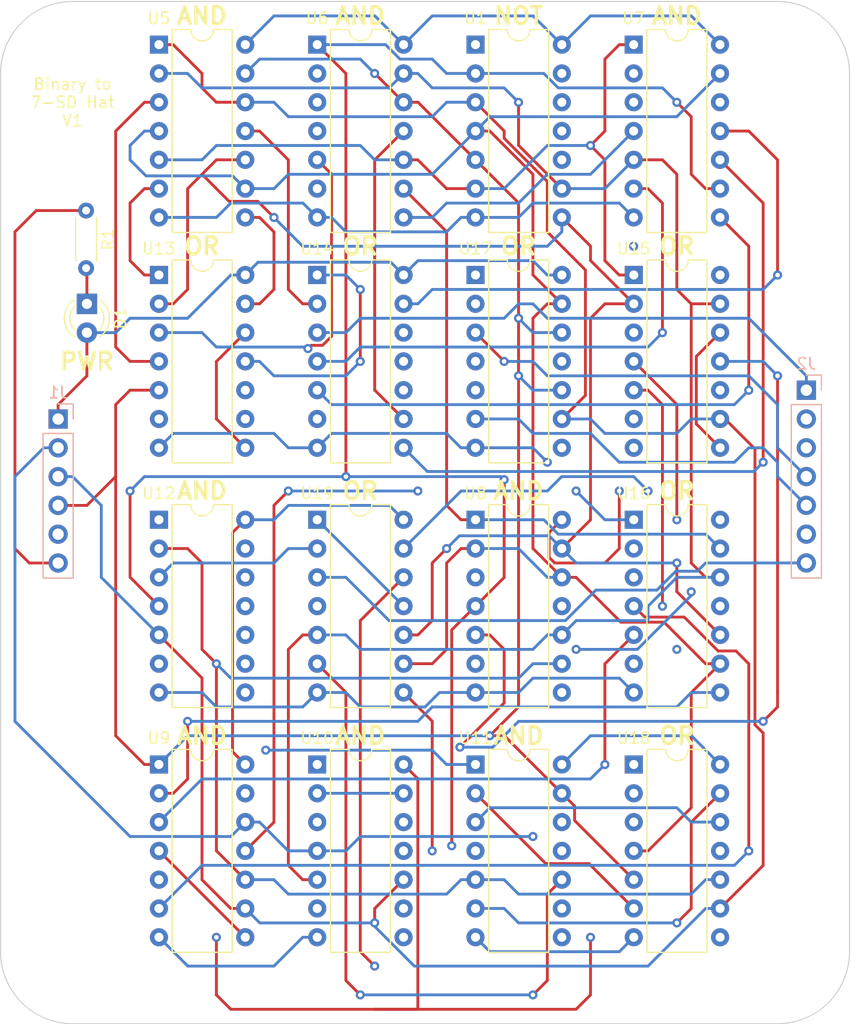
<source format=kicad_pcb>
(kicad_pcb (version 20211014) (generator pcbnew)
  (title_block (title "7-SD Decoder Hat") (date "2025-05-26") (rev "1"))
  (layers (0 "F.Cu" signal) (1 "In1.Cu" signal) (2 "In2.Cu" signal) (31 "B.Cu" signal) (34 "B.Paste" user) (35 "F.Paste" user) (36 "B.SilkS" user "B.Silkscreen") (37 "F.SilkS" user "F.Silkscreen") (38 "B.Mask" user) (39 "F.Mask" user) (44 "Edge.Cuts" user))
  (net 0 "")
  (net 1 "A")
  (net 2 "B")
  (net 3 "C")
  (net 4 "D")
  (net 5 "A-segment")
  (net 6 "B-segment")
  (net 7 "C-segment")
  (net 8 "D-segment")
  (net 9 "E-segment")
  (net 10 "F-segment")
  (net 11 "G-segment")
  (net 12 "A'")
  (net 13 "B'")
  (net 14 "C'")
  (net 15 "GND")
  (net 16 "D'")
  (net 17 "+5V")
  (net 18 "Net-(U13-Pad4)")
  (net 19 "Net-(U13-Pad1)")
  (net 20 "Net-(U13-Pad13)")
  (net 21 "Net-(U14-Pad2)")
  (net 22 "Net-(U13-Pad6)")
  (net 23 "Net-(U13-Pad9)")
  (net 24 "Net-(U13-Pad3)")
  (net 25 "Net-(U13-Pad10)")
  (net 26 "Net-(U6-Pad8)")
  (net 27 "Net-(U14-Pad9)")
  (net 28 "Net-(U14-Pad10)")
  (net 29 "Net-(U14-Pad4)")
  (net 30 "Net-(U14-Pad5)")
  (net 31 "Net-(U14-Pad8)")
  (net 32 "Net-(U14-Pad13)")
  (net 33 "Net-(U15-Pad3)")
  (net 34 "Net-(U16-Pad1)")
  (net 35 "Net-(U15-Pad11)")
  (net 36 "Net-(U16-Pad2)")
  (net 37 "Net-(U15-Pad5)")
  (net 38 "Net-(U17-Pad1)")
  (net 39 "Net-(U16-Pad8)")
  (net 40 "Net-(U16-Pad5)")
  (net 41 "Net-(U9-Pad4)")
  (net 42 "Net-(U16-Pad11)")
  (net 43 "Net-(U16-Pad4)")
  (net 44 "Net-(U17-Pad4)")
  (net 45 "Net-(U17-Pad8)")
  (net 46 "Net-(U10-Pad1)")
  (net 47 "Net-(U10-Pad3)")
  (net 48 "Net-(U10-Pad6)")
  (net 49 "Net-(U10-Pad8)")
  (net 50 "Net-(U10-Pad11)")
  (net 51 "Net-(U10-Pad12)")
  (net 52 "Net-(U11-Pad2)")
  (net 53 "Net-(U11-Pad3)")
  (net 54 "Net-(U11-Pad6)")
  (net 55 "Net-(U11-Pad8)")
  (net 56 "Net-(U11-Pad10)")
  (net 57 "Net-(U11-Pad11)")
  (net 58 "Net-(U11-Pad12)")
  (net 59 "Net-(U12-Pad1)")
  (net 60 "Net-(U12-Pad3)")
  (net 67 "Net-(U13-Pad12)")
  (net 68 "Net-(U13-Pad11)")
  (net 69 "Net-(U14-Pad12)")
  (net 70 "Net-(U15-Pad4)")
  (net 71 "Net-(U15-Pad12)")
  (net 72 "Net-(U16-Pad6)")
  (net 73 "Net-(U18-Pad1)")
  (net 74 "Net-(U19-Pad1)")
  (net 75 "Net-(D1-Pad1)")
  (footprint "LED_THT:LED_D3.0mm_red" (layer "F.Cu") (at 55.88 69.85 -90)
    (fp_text reference "D1")
    (fp_text value "LED")
  )
  (footprint "Package_DIP:DIP-14_W7.62mm" (layer "F.Cu") (at 90.18 88.895)
    (fp_text reference "U8")
    (fp_text value "74LS08")
  )
  (footprint "Package_DIP:DIP-14_W7.62mm" (layer "F.Cu") (at 62.24 67.305)
    (fp_text reference "U13")
    (fp_text value "74LS32")
  )
  (footprint "Package_DIP:DIP-14_W7.62mm" (layer "F.Cu") (at 90.18 110.485)
    (fp_text reference "U11")
    (fp_text value "74LS08")
  )
  (footprint "Package_DIP:DIP-14_W7.62mm" (layer "F.Cu") (at 76.21 46.985)
    (fp_text reference "U6")
    (fp_text value "74LS08")
  )
  (footprint "Resistor_THT:R_Axial_DIN0204_L3.6mm_D1.6mm_P5.08mm_Horizontal" (layer "F.Cu") (at 55.81 61.62 -90)
    (fp_text reference "R1")
    (fp_text value "R_US")
  )
  (footprint "Package_DIP:DIP-14_W7.62mm" (layer "F.Cu") (at 76.21 110.485)
    (fp_text reference "U10")
    (fp_text value "74LS08")
  )
  (footprint "Package_DIP:DIP-14_W7.62mm" (layer "F.Cu") (at 104.15 88.895)
    (fp_text reference "U16")
    (fp_text value "74LS32")
  )
  (footprint "Package_DIP:DIP-14_W7.62mm" (layer "F.Cu") (at 90.18 46.985)
    (fp_text reference "U1")
    (fp_text value "74HC14")
  )
  (footprint "Package_DIP:DIP-14_W7.62mm" (layer "F.Cu") (at 104.15 110.485)
    (fp_text reference "U18")
    (fp_text value "74LS32")
  )
  (footprint "Package_DIP:DIP-14_W7.62mm" (layer "F.Cu") (at 104.15 67.305)
    (fp_text reference "U15")
    (fp_text value "74LS32")
  )
  (footprint "Package_DIP:DIP-14_W7.62mm" (layer "F.Cu") (at 76.21 88.895)
    (fp_text reference "U19")
    (fp_text value "74LS32")
  )
  (footprint "Package_DIP:DIP-14_W7.62mm" (layer "F.Cu") (at 62.24 110.485)
    (fp_text reference "U9")
    (fp_text value "74LS08")
  )
  (footprint "Package_DIP:DIP-14_W7.62mm" (layer "F.Cu") (at 90.18 67.305)
    (fp_text reference "U17")
    (fp_text value "74LS32")
  )
  (footprint "Package_DIP:DIP-14_W7.62mm" (layer "F.Cu") (at 76.21 67.305)
    (fp_text reference "U14")
    (fp_text value "74LS32")
  )
  (footprint "Package_DIP:DIP-14_W7.62mm" (layer "F.Cu") (at 62.24 88.895)
    (fp_text reference "U12")
    (fp_text value "74LS08")
  )
  (footprint "Package_DIP:DIP-14_W7.62mm" (layer "F.Cu") (at 62.24 46.985)
    (fp_text reference "U5")
    (fp_text value "74LS08")
  )
  (footprint "Package_DIP:DIP-14_W7.62mm" (layer "F.Cu") (at 104.14 46.985)
    (fp_text reference "U7")
    (fp_text value "74LS08")
  )
  (footprint "Connector_PinHeader_2.54mm:PinHeader_1x06_P2.54mm_Vertical" (layer "B.Cu") (at 53.34 80.01 180)
    (fp_text reference "J1")
    (fp_text value "Conn_01x06")
  )
  (footprint "Connector_PinHeader_2.54mm:PinHeader_1x07_P2.54mm_Vertical" (layer "B.Cu") (at 119.38 77.465 180)
    (fp_text reference "J2")
    (fp_text value "Conn_01x07")
  )
  (gr_arc (start 116.84 43.18) (mid 121.330128 45.039872) (end 123.19 49.53) (layer "Edge.Cuts") (width 0.1))
  (gr_line (start 116.84 133.35) (end 54.61 133.35) (layer "Edge.Cuts") (width 0.1))
  (gr_arc (start 123.19 127) (mid 121.330128 131.490128) (end 116.84 133.35) (layer "Edge.Cuts") (width 0.1))
  (gr_line (start 123.19 49.53) (end 123.19 127) (layer "Edge.Cuts") (width 0.1))
  (gr_line (start 48.26 127) (end 48.26 49.53) (layer "Edge.Cuts") (width 0.1))
  (gr_arc (start 48.26 49.53) (mid 50.119872 45.039872) (end 54.61 43.18) (layer "Edge.Cuts") (width 0.1))
  (gr_line (start 54.61 43.18) (end 116.84 43.18) (layer "Edge.Cuts") (width 0.1))
  (gr_arc (start 54.61 133.35) (mid 50.119872 131.490128) (end 48.26 127) (layer "Edge.Cuts") (width 0.1))
  (gr_text "OR" (at 93.98 64.77) (layer "F.SilkS") (effects (font (size 1.5 1.5) (thickness 0.3))))
  (gr_text "OR" (at 107.95 64.77) (layer "F.SilkS") (effects (font (size 1.5 1.5) (thickness 0.3))))
  (gr_text "AND" (at 80.01 44.45) (layer "F.SilkS") (effects (font (size 1.5 1.5) (thickness 0.3))))
  (gr_text "AND" (at 107.95 44.45) (layer "F.SilkS") (effects (font (size 1.5 1.5) (thickness 0.3))))
  (gr_text "OR" (at 80.01 64.77) (layer "F.SilkS") (effects (font (size 1.5 1.5) (thickness 0.3))))
  (gr_text "NOT" (at 93.98 44.45) (layer "F.SilkS") (effects (font (size 1.5 1.5) (thickness 0.3))))
  (gr_text "AND" (at 66.04 86.36) (layer "F.SilkS") (effects (font (size 1.5 1.5) (thickness 0.3))))
  (gr_text "AND" (at 66.04 107.95) (layer "F.SilkS") (effects (font (size 1.5 1.5) (thickness 0.3))))
  (gr_text "PWR" (at 55.88 74.93) (layer "F.SilkS") (effects (font (size 1.5 1.5) (thickness 0.3))))
  (gr_text "Binary to\n7-SD Hat\nV1" (at 54.61 52.07) (layer "F.SilkS") (effects (font (size 1 1))))
  (gr_text "AND" (at 93.98 107.95) (layer "F.SilkS") (effects (font (size 1.5 1.5) (thickness 0.3))))
  (gr_text "OR" (at 66.04 64.77) (layer "F.SilkS") (effects (font (size 1.5 1.5) (thickness 0.3))))
  (gr_text "AND" (at 80.01 107.95) (layer "F.SilkS") (effects (font (size 1.5 1.5) (thickness 0.3))))
  (gr_text "AND" (at 66.04 44.45) (layer "F.SilkS") (effects (font (size 1.5 1.5) (thickness 0.3))))
  (gr_text "AND" (at 93.98 86.36) (layer "F.SilkS") (effects (font (size 1.5 1.5) (thickness 0.3))))
  (gr_text "OR" (at 107.95 86.36) (layer "F.SilkS") (effects (font (size 1.5 1.5) (thickness 0.3))))
  (gr_text "OR" (at 80.01 86.36) (layer "F.SilkS") (effects (font (size 1.5 1.5) (thickness 0.3))))
  (gr_text "OR" (at 107.96 107.95) (layer "F.SilkS") (effects (font (size 1.5 1.5) (thickness 0.3))))
  (segment (start 87.63 87.63) (end 88.895 88.895) (width 0.25) (layer "F.Cu") (net 1))
  (segment (start 83.83 59.685) (end 87.63 63.485) (width 0.25) (layer "F.Cu") (net 1))
  (segment (start 88.895 88.895) (end 90.18 88.895) (width 0.25) (layer "F.Cu") (net 1))
  (segment (start 87.63 63.485) (end 87.63 87.63) (width 0.25) (layer "F.Cu") (net 1))
  (via (at 95.25 116.84) (size 0.8) (drill 0.4) (layers "F.Cu" "B.Cu") (net 1))
  (segment (start 49.53 85.09) (end 49.53 106.68) (width 0.25) (layer "B.Cu") (net 1))
  (segment (start 69.86 115.565) (end 71.115 115.565) (width 0.25) (layer "B.Cu") (net 1))
  (segment (start 76.21 118.105) (end 78.745 118.105) (width 0.25) (layer "B.Cu") (net 1))
  (segment (start 68.585 116.84) (end 69.86 115.565) (width 0.25) (layer "B.Cu") (net 1))
  (segment (start 53.34 82.55) (end 52.07 82.55) (width 0.25) (layer "B.Cu") (net 1))
  (segment (start 110.505 90.17) (end 111.77 91.435) (width 0.25) (layer "B.Cu") (net 1))
  (segment (start 90.18 88.895) (end 96.209009 88.895) (width 0.25) (layer "B.Cu") (net 1))
  (segment (start 71.115 115.565) (end 73.66 118.11) (width 0.25) (layer "B.Cu") (net 1))
  (segment (start 59.69 116.84) (end 68.585 116.84) (width 0.25) (layer "B.Cu") (net 1))
  (segment (start 49.53 106.68) (end 59.69 116.84) (width 0.25) (layer "B.Cu") (net 1))
  (segment (start 97.484009 90.17) (end 110.505 90.17) (width 0.25) (layer "B.Cu") (net 1))
  (segment (start 73.66 118.11) (end 73.665 118.105) (width 0.25) (layer "B.Cu") (net 1))
  (segment (start 96.209009 88.895) (end 97.484009 90.17) (width 0.25) (layer "B.Cu") (net 1))
  (segment (start 73.665 118.105) (end 76.21 118.105) (width 0.25) (layer "B.Cu") (net 1))
  (segment (start 80.01 116.84) (end 95.25 116.84) (width 0.25) (layer "B.Cu") (net 1))
  (segment (start 78.745 118.105) (end 80.01 116.84) (width 0.25) (layer "B.Cu") (net 1))
  (segment (start 52.07 82.55) (end 49.53 85.09) (width 0.25) (layer "B.Cu") (net 1))
  (segment (start 99.88 66.86) (end 99.88 77.925) (width 0.25) (layer "F.Cu") (net 2))
  (segment (start 92.71 55.243604) (end 96.52 59.053604) (width 0.25) (layer "F.Cu") (net 2))
  (segment (start 66.04 49.53) (end 63.495 46.985) (width 0.25) (layer "F.Cu") (net 2))
  (segment (start 69.86 52.065) (end 67.315 52.065) (width 0.25) (layer "F.Cu") (net 2))
  (segment (start 112.205 80.005) (end 114.845 82.645) (width 0.25) (layer "F.Cu") (net 2))
  (segment (start 67.31 52.07) (end 66.04 50.8) (width 0.25) (layer "F.Cu") (net 2))
  (segment (start 81.28 124.46) (end 81.28 123.195) (width 0.25) (layer "F.Cu") (net 2))
  (segment (start 66.04 120.65) (end 66.04 102.855) (width 0.25) (layer "F.Cu") (net 2))
  (segment (start 114.845 82.645) (end 114.845 106.980305) (width 0.25) (layer "F.Cu") (net 2))
  (segment (start 111.77 80.005) (end 112.205 80.005) (width 0.25) (layer "F.Cu") (net 2))
  (segment (start 68.575 123.185) (end 66.04 120.65) (width 0.25) (layer "F.Cu") (net 2))
  (segment (start 114.845 106.980305) (end 115.57 107.705305) (width 0.25) (layer "F.Cu") (net 2))
  (segment (start 96.52 63.5) (end 99.88 66.86) (width 0.25) (layer "F.Cu") (net 2))
  (segment (start 92.71 54.595) (end 92.71 55.243604) (width 0.25) (layer "F.Cu") (net 2))
  (segment (start 66.04 50.8) (end 66.04 49.53) (width 0.25) (layer "F.Cu") (net 2))
  (segment (start 66.04 102.855) (end 62.24 99.055) (width 0.25) (layer "F.Cu") (net 2))
  (segment (start 81.28 123.195) (end 83.83 120.645) (width 0.25) (layer "F.Cu") (net 2))
  (segment (start 115.57 107.705305) (end 115.57 119.385) (width 0.25) (layer "F.Cu") (net 2))
  (segment (start 115.57 119.385) (end 111.77 123.185) (width 0.25) (layer "F.Cu") (net 2))
  (segment (start 69.86 123.185) (end 68.575 123.185) (width 0.25) (layer "F.Cu") (net 2))
  (segment (start 67.315 52.065) (end 67.31 52.07) (width 0.25) (layer "F.Cu") (net 2))
  (segment (start 99.88 77.925) (end 97.8 80.005) (width 0.25) (layer "F.Cu") (net 2))
  (segment (start 63.495 46.985) (end 62.24 46.985) (width 0.25) (layer "F.Cu") (net 2))
  (segment (start 90.18 52.065) (end 92.71 54.595) (width 0.25) (layer "F.Cu") (net 2))
  (segment (start 96.52 59.053604) (end 96.52 63.5) (width 0.25) (layer "F.Cu") (net 2))
  (via (at 81.28 124.46) (size 0.8) (drill 0.4) (layers "F.Cu" "B.Cu") (net 2))
  (segment (start 86.36 53.34) (end 87.635 52.065) (width 0.25) (layer "B.Cu") (net 2))
  (segment (start 60.975 97.79) (end 60.96 97.79) (width 0.25) (layer "B.Cu") (net 2))
  (segment (start 111.77 123.185) (end 110.495 123.185) (width 0.25) (layer "B.Cu") (net 2))
  (segment (start 72.385 52.065) (end 73.66 53.34) (width 0.25) (layer "B.Cu") (net 2))
  (segment (start 109.225 80.005) (end 111.77 80.005) (width 0.25) (layer "B.Cu") (net 2))
  (segment (start 81.28 124.46) (end 71.135 124.46) (width 0.25) (layer "B.Cu") (net 2))
  (segment (start 84.784009 128.27) (end 81.28 124.765991) (width 0.25) (layer "B.Cu") (net 2))
  (segment (start 100.325 80.005) (end 101.6 81.28) (width 0.25) (layer "B.Cu") (net 2))
  (segment (start 97.8 80.005) (end 100.325 80.005) (width 0.25) (layer "B.Cu") (net 2))
  (segment (start 57.15 93.98) (end 57.15 87.63) (width 0.25) (layer "B.Cu") (net 2))
  (segment (start 73.66 53.34) (end 86.36 53.34) (width 0.25) (layer "B.Cu") (net 2))
  (segment (start 60.96 97.79) (end 57.15 93.98) (width 0.25) (layer "B.Cu") (net 2))
  (segment (start 81.28 124.765991) (end 81.28 124.46) (width 0.25) (layer "B.Cu") (net 2))
  (segment (start 62.24 99.055) (end 60.975 97.79) (width 0.25) (layer "B.Cu") (net 2))
  (segment (start 105.41 128.27) (end 84.784009 128.27) (width 0.25) (layer "B.Cu") (net 2))
  (segment (start 69.86 52.065) (end 72.385 52.065) (width 0.25) (layer "B.Cu") (net 2))
  (segment (start 107.95 81.28) (end 109.225 80.005) (width 0.25) (layer "B.Cu") (net 2))
  (segment (start 110.495 123.185) (end 105.41 128.27) (width 0.25) (layer "B.Cu") (net 2))
  (segment (start 101.6 81.28) (end 107.95 81.28) (width 0.25) (layer "B.Cu") (net 2))
  (segment (start 87.635 52.065) (end 90.18 52.065) (width 0.25) (layer "B.Cu") (net 2))
  (segment (start 71.135 124.46) (end 69.86 123.185) (width 0.25) (layer "B.Cu") (net 2))
  (segment (start 57.15 87.63) (end 54.61 85.09) (width 0.25) (layer "B.Cu") (net 2))
  (segment (start 54.61 85.09) (end 53.34 85.09) (width 0.25) (layer "B.Cu") (net 2))
  (segment (start 81.28 49.53) (end 81.295 49.53) (width 0.25) (layer "F.Cu") (net 3))
  (segment (start 58.42 107.95) (end 58.42 87.63) (width 0.25) (layer "F.Cu") (net 3))
  (segment (start 59.695 77.465) (end 62.24 77.465) (width 0.25) (layer "F.Cu") (net 3))
  (segment (start 92.725 107.95) (end 97.8 113.025) (width 0.25) (layer "F.Cu") (net 3))
  (segment (start 93.98 105.41) (end 91.44 107.95) (width 0.25) (layer "F.Cu") (net 3))
  (segment (start 91.44 107.95) (end 92.725 107.95) (width 0.25) (layer "F.Cu") (net 3))
  (segment (start 93.98 76.2) (end 93.98 105.41) (width 0.25) (layer "F.Cu") (net 3))
  (segment (start 62.24 110.485) (end 60.955 110.485) (width 0.25) (layer "F.Cu") (net 3))
  (segment (start 58.42 78.74) (end 59.695 77.465) (width 0.25) (layer "F.Cu") (net 3))
  (segment (start 98.925 115.42) (end 104.15 120.645) (width 0.25) (layer "F.Cu") (net 3))
  (segment (start 53.34 87.63) (end 55.88 87.63) (width 0.25) (layer "F.Cu") (net 3))
  (segment (start 98.925 114.15) (end 98.925 115.42) (width 0.25) (layer "F.Cu") (net 3))
  (segment (start 55.88 87.63) (end 58.42 85.09) (width 0.25) (layer "F.Cu") (net 3))
  (segment (start 90.18 57.145) (end 93.98 60.945) (width 0.25) (layer "F.Cu") (net 3))
  (segment (start 85.1 52.065) (end 90.18 57.145) (width 0.25) (layer "F.Cu") (net 3))
  (segment (start 81.295 49.53) (end 83.83 52.065) (width 0.25) (layer "F.Cu") (net 3))
  (segment (start 58.42 85.09) (end 58.42 78.74) (width 0.25) (layer "F.Cu") (net 3))
  (segment (start 58.42 87.63) (end 58.42 85.09) (width 0.25) (layer "F.Cu") (net 3))
  (segment (start 97.8 113.025) (end 98.925 114.15) (width 0.25) (layer "F.Cu") (net 3))
  (segment (start 93.98 71.12) (end 93.98 76.2) (width 0.25) (layer "F.Cu") (net 3))
  (segment (start 93.98 60.945) (end 93.98 71.12) (width 0.25) (layer "F.Cu") (net 3))
  (segment (start 83.83 52.065) (end 85.1 52.065) (width 0.25) (layer "F.Cu") (net 3))
  (segment (start 60.955 110.485) (end 58.42 107.95) (width 0.25) (layer "F.Cu") (net 3))
  (via (at 81.28 49.53) (size 0.8) (drill 0.4) (layers "F.Cu" "B.Cu") (net 3))
  (via (at 93.98 71.12) (size 0.8) (drill 0.4) (layers "F.Cu" "B.Cu") (net 3))
  (via (at 93.98 76.2) (size 0.8) (drill 0.4) (layers "F.Cu" "B.Cu") (net 3))
  (via (at 91.44 107.95) (size 0.8) (drill 0.4) (layers "F.Cu" "B.Cu") (net 3))
  (segment (start 95.245 72.385) (end 97.8 72.385) (width 0.25) (layer "B.Cu") (net 3))
  (segment (start 69.86 49.525) (end 71.125 48.26) (width 0.25) (layer "B.Cu") (net 3))
  (segment (start 71.125 48.26) (end 80.01 48.26) (width 0.25) (layer "B.Cu") (net 3))
  (segment (start 64.775 107.95) (end 62.24 110.485) (width 0.25) (layer "B.Cu") (net 3))
  (segment (start 95.245 77.465) (end 97.8 77.465) (width 0.25) (layer "B.Cu") (net 3))
  (segment (start 93.98 76.2) (end 95.245 77.465) (width 0.25) (layer "B.Cu") (net 3))
  (segment (start 91.44 107.95) (end 64.775 107.95) (width 0.25) (layer "B.Cu") (net 3))
  (segment (start 93.98 71.12) (end 95.245 72.385) (width 0.25) (layer "B.Cu") (net 3))
  (segment (start 80.01 48.26) (end 81.28 49.53) (width 0.25) (layer "B.Cu") (net 3))
  (segment (start 73.66 100.33) (end 73.66 119.38) (width 0.25) (layer "F.Cu") (net 4))
  (segment (start 106.675 57.145) (end 107.95 58.42) (width 0.25) (layer "F.Cu") (net 4))
  (segment (start 74.925 120.645) (end 76.21 120.645) (width 0.25) (layer "F.Cu") (net 4))
  (segment (start 109.22 69.85) (end 109.22 92.71) (width 0.25) (layer "F.Cu") (net 4))
  (segment (start 73.66 119.38) (end 74.925 120.645) (width 0.25) (layer "F.Cu") (net 4))
  (segment (start 110.485 93.975) (end 111.77 93.975) (width 0.25) (layer "F.Cu") (net 4))
  (segment (start 107.95 58.42) (end 107.95 68.58) (width 0.25) (layer "F.Cu") (net 4))
  (segment (start 109.22 92.71) (end 110.485 93.975) (width 0.25) (layer "F.Cu") (net 4))
  (segment (start 93.98 55.865) (end 97.8 59.685) (width 0.25) (layer "F.Cu") (net 4))
  (segment (start 74.935 99.055) (end 73.66 100.33) (width 0.25) (layer "F.Cu") (net 4))
  (segment (start 104.14 57.145) (end 106.675 57.145) (width 0.25) (layer "F.Cu") (net 4))
  (segment (start 107.95 68.58) (end 109.215 69.845) (width 0.25) (layer "F.Cu") (net 4))
  (segment (start 109.215 69.845) (end 111.77 69.845) (width 0.25) (layer "F.Cu") (net 4))
  (segment (start 109.215 69.845) (end 109.22 69.85) (width 0.25) (layer "F.Cu") (net 4))
  (segment (start 93.98 52.07) (end 93.98 55.865) (width 0.25) (layer "F.Cu") (net 4))
  (segment (start 76.21 99.055) (end 74.935 99.055) (width 0.25) (layer "F.Cu") (net 4))
  (via (at 93.98 52.07) (size 0.8) (drill 0.4) (layers "F.Cu" "B.Cu") (net 4))
  (segment (start 105.41 96.52) (end 105.41 97.79) (width 0.25) (layer "B.Cu") (net 4))
  (segment (start 62.24 49.525) (end 64.765 49.525) (width 0.25) (layer "B.Cu") (net 4))
  (segment (start 97.8 59.685) (end 101.6 59.685) (width 0.25) (layer "B.Cu") (net 4))
  (segment (start 86.36 50.8) (end 92.71 50.8) (width 0.25) (layer "B.Cu") (net 4))
  (segment (start 96.525 99.055) (end 95.25 100.33) (width 0.25) (layer "B.Cu") (net 4))
  (segment (start 80.01 100.33) (end 78.735 99.055) (width 0.25) (layer "B.Cu") (net 4))
  (segment (start 99.065 97.79) (end 97.8 99.055) (width 0.25) (layer "B.Cu") (net 4))
  (segment (start 83.83 49.525) (end 85.085 49.525) (width 0.25) (layer "B.Cu") (net 4))
  (segment (start 92.71 50.8) (end 93.98 52.07) (width 0.25) (layer "B.Cu") (net 4))
  (segment (start 95.25 100.33) (end 80.01 100.33) (width 0.25) (layer "B.Cu") (net 4))
  (segment (start 85.085 49.525) (end 86.36 50.8) (width 0.25) (layer "B.Cu") (net 4))
  (segment (start 101.6 59.685) (end 104.14 57.145) (width 0.25) (layer "B.Cu") (net 4))
  (segment (start 107.955 93.975) (end 105.41 96.52) (width 0.25) (layer "B.Cu") (net 4))
  (segment (start 64.765 49.525) (end 66.04 50.8) (width 0.25) (layer "B.Cu") (net 4))
  (segment (start 105.41 97.79) (end 99.065 97.79) (width 0.25) (layer "B.Cu") (net 4))
  (segment (start 111.77 93.975) (end 107.955 93.975) (width 0.25) (layer "B.Cu") (net 4))
  (segment (start 82.555 50.8) (end 83.83 49.525) (width 0.25) (layer "B.Cu") (net 4))
  (segment (start 66.04 50.8) (end 82.555 50.8) (width 0.25) (layer "B.Cu") (net 4))
  (segment (start 78.735 99.055) (end 76.21 99.055) (width 0.25) (layer "B.Cu") (net 4))
  (segment (start 97.8 99.055) (end 96.525 99.055) (width 0.25) (layer "B.Cu") (net 4))
  (segment (start 76.21 72.385) (end 78.745 72.385) (width 0.25) (layer "B.Cu") (net 5))
  (segment (start 96.52 71.12) (end 114.3 71.12) (width 0.25) (layer "B.Cu") (net 5))
  (segment (start 114.3 71.12) (end 119.38 76.2) (width 0.25) (layer "B.Cu") (net 5))
  (segment (start 80.01 71.12) (end 92.71 71.12) (width 0.25) (layer "B.Cu") (net 5))
  (segment (start 119.38 76.2) (end 119.38 77.465) (width 0.25) (layer "B.Cu") (net 5))
  (segment (start 95.25 69.85) (end 96.52 71.12) (width 0.25) (layer "B.Cu") (net 5))
  (segment (start 92.71 71.12) (end 93.98 69.85) (width 0.25) (layer "B.Cu") (net 5))
  (segment (start 93.98 69.85) (end 95.25 69.85) (width 0.25) (layer "B.Cu") (net 5))
  (segment (start 78.745 72.385) (end 80.01 71.12) (width 0.25) (layer "B.Cu") (net 5))
  (via (at 104.14 64.77) (size 0.8) (drill 0.4) (layers "F.Cu" "B.Cu") (net 6))
  (segment (start 90.18 72.385) (end 90.18 72.3925) (width 0.25) (layer "F.Cu") (net 8))
  (segment (start 90.18 72.3925) (end 92.71 74.9225) (width 0.25) (layer "F.Cu") (net 8))
  (segment (start 92.71 74.9225) (end 92.71 74.93) (width 0.25) (layer "F.Cu") (net 8))
  (via (at 92.71 74.93) (size 0.8) (drill 0.4) (layers "F.Cu" "B.Cu") (net 8))
  (segment (start 96.52 76.2) (end 95.25 74.93) (width 0.25) (layer "B.Cu") (net 8))
  (segment (start 116.84 82.545) (end 116.84 78.735) (width 0.25) (layer "B.Cu") (net 8))
  (segment (start 119.38 85.085) (end 116.84 82.545) (width 0.25) (layer "B.Cu") (net 8))
  (segment (start 95.25 74.93) (end 92.71 74.93) (width 0.25) (layer "B.Cu") (net 8))
  (segment (start 114.305 76.2) (end 96.52 76.2) (width 0.25) (layer "B.Cu") (net 8))
  (segment (start 116.84 78.735) (end 114.305 76.2) (width 0.25) (layer "B.Cu") (net 8))
  (segment (start 93.975 80.005) (end 95.25 81.28) (width 0.25) (layer "B.Cu") (net 9))
  (segment (start 95.25 81.28) (end 100.33 81.28) (width 0.25) (layer "B.Cu") (net 9))
  (segment (start 116.84 85.085) (end 116.84 83.82) (width 0.25) (layer "B.Cu") (net 9))
  (segment (start 116.84 85.085) (end 119.38 87.625) (width 0.25) (layer "B.Cu") (net 9))
  (segment (start 90.18 80.005) (end 93.975 80.005) (width 0.25) (layer "B.Cu") (net 9))
  (segment (start 115.57 82.55) (end 114.3 82.55) (width 0.25) (layer "B.Cu") (net 9))
  (segment (start 113.03 83.82) (end 114.3 82.55) (width 0.25) (layer "B.Cu") (net 9))
  (segment (start 116.84 83.82) (end 115.57 82.55) (width 0.25) (layer "B.Cu") (net 9))
  (segment (start 100.33 81.28) (end 102.87 83.82) (width 0.25) (layer "B.Cu") (net 9))
  (segment (start 102.87 83.82) (end 113.03 83.82) (width 0.25) (layer "B.Cu") (net 9))
  (segment (start 82.55 97.79) (end 98.115991 97.79) (width 0.25) (layer "B.Cu") (net 11))
  (segment (start 76.21 93.975) (end 78.735 93.975) (width 0.25) (layer "B.Cu") (net 11))
  (segment (start 98.115991 97.79) (end 100.805991 95.1) (width 0.25) (layer "B.Cu") (net 11))
  (segment (start 109.765 93.435) (end 110.495 92.705) (width 0.25) (layer "B.Cu") (net 11))
  (segment (start 106.193604 95.1) (end 107.858604 93.435) (width 0.25) (layer "B.Cu") (net 11))
  (segment (start 78.735 93.975) (end 82.55 97.79) (width 0.25) (layer "B.Cu") (net 11))
  (segment (start 100.805991 95.1) (end 106.193604 95.1) (width 0.25) (layer "B.Cu") (net 11))
  (segment (start 107.858604 93.435) (end 109.765 93.435) (width 0.25) (layer "B.Cu") (net 11))
  (segment (start 110.495 92.705) (end 119.38 92.705) (width 0.25) (layer "B.Cu") (net 11))
  (segment (start 109.22 53.34) (end 109.22 58.42) (width 0.25) (layer "F.Cu") (net 12))
  (segment (start 107.95 52.07) (end 109.22 53.34) (width 0.25) (layer "F.Cu") (net 12))
  (segment (start 59.69 86.36) (end 59.69 93.965) (width 0.25) (layer "F.Cu") (net 12))
  (segment (start 59.69 93.965) (end 62.24 96.515) (width 0.25) (layer "F.Cu") (net 12))
  (segment (start 92.71 85.3645) (end 92.71 93.985) (width 0.25) (layer "F.Cu") (net 12))
  (segment (start 109.22 58.42) (end 110.485 59.685) (width 0.25) (layer "F.Cu") (net 12))
  (segment (start 92.71 93.985) (end 90.18 96.515) (width 0.25) (layer "F.Cu") (net 12))
  (segment (start 88.08 98.615) (end 88.08 117.66) (width 0.25) (layer "F.Cu") (net 12))
  (segment (start 76.21 47) (end 78.74 49.53) (width 0.25) (layer "F.Cu") (net 12))
  (segment (start 90.18 96.515) (end 88.08 98.615) (width 0.25) (layer "F.Cu") (net 12))
  (segment (start 76.21 46.985) (end 76.21 47) (width 0.25) (layer "F.Cu") (net 12))
  (segment (start 78.74 49.53) (end 78.74 85.09) (width 0.25) (layer "F.Cu") (net 12))
  (segment (start 110.485 59.685) (end 111.76 59.685) (width 0.25) (layer "F.Cu") (net 12))
  (via (at 59.69 86.36) (size 0.8) (drill 0.4) (layers "F.Cu" "B.Cu") (net 12))
  (via (at 88.08 117.66) (size 0.8) (drill 0.4) (layers "F.Cu" "B.Cu") (net 12))
  (via (at 107.95 52.07) (size 0.8) (drill 0.4) (layers "F.Cu" "B.Cu") (net 12))
  (via (at 78.74 85.09) (size 0.8) (drill 0.4) (layers "F.Cu" "B.Cu") (net 12))
  (via (at 92.71 85.3645) (size 0.8) (drill 0.4) (layers "F.Cu" "B.Cu") (net 12))
  (segment (start 82.239009 46.985) (end 83.514009 48.26) (width 0.25) (layer "B.Cu") (net 12))
  (segment (start 76.21 46.985) (end 82.239009 46.985) (width 0.25) (layer "B.Cu") (net 12))
  (segment (start 90.18 49.525) (end 96.209009 49.525) (width 0.25) (layer "B.Cu") (net 12))
  (segment (start 106.68 50.8) (end 107.95 52.07) (width 0.25) (layer "B.Cu") (net 12))
  (segment (start 60.96 85.09) (end 59.69 86.36) (width 0.25) (layer "B.Cu") (net 12))
  (segment (start 92.71 85.3645) (end 92.4355 85.09) (width 0.25) (layer "B.Cu") (net 12))
  (segment (start 97.484009 50.8) (end 106.68 50.8) (width 0.25) (layer "B.Cu") (net 12))
  (segment (start 78.74 85.09) (end 60.96 85.09) (width 0.25) (layer "B.Cu") (net 12))
  (segment (start 83.514009 48.26) (end 86.36 48.26) (width 0.25) (layer "B.Cu") (net 12))
  (segment (start 86.36 48.26) (end 87.625 49.525) (width 0.25) (layer "B.Cu") (net 12))
  (segment (start 92.4355 85.09) (end 78.74 85.09) (width 0.25) (layer "B.Cu") (net 12))
  (segment (start 87.625 49.525) (end 90.18 49.525) (width 0.25) (layer "B.Cu") (net 12))
  (segment (start 96.209009 49.525) (end 97.484009 50.8) (width 0.25) (layer "B.Cu") (net 12))
  (segment (start 105.415 118.105) (end 104.15 118.105) (width 0.25) (layer "F.Cu") (net 13))
  (segment (start 109.22 114.3) (end 105.415 118.105) (width 0.25) (layer "F.Cu") (net 13))
  (segment (start 87.63 100.33) (end 86.365 101.595) (width 0.25) (layer "F.Cu") (net 13))
  (segment (start 91.435 54.605) (end 95.25 58.42) (width 0.25) (layer "F.Cu") (net 13))
  (segment (start 106.82 97.93) (end 110.485 101.595) (width 0.25) (layer "F.Cu") (net 13))
  (segment (start 90.18 54.605) (end 91.435 54.605) (width 0.25) (layer "F.Cu") (net 13))
  (segment (start 110.485 101.595) (end 111.77 101.595) (width 0.25) (layer "F.Cu") (net 13))
  (segment (start 96.525 69.845) (end 95.25 71.12) (width 0.25) (layer "F.Cu") (net 13))
  (segment (start 97.8 69.845) (end 96.525 69.845) (width 0.25) (layer "F.Cu") (net 13))
  (segment (start 103.01 97.93) (end 106.82 97.93) (width 0.25) (layer "F.Cu") (net 13))
  (segment (start 90.18 91.435) (end 88.905 91.435) (width 0.25) (layer "F.Cu") (net 13))
  (segment (start 87.63 92.71) (end 87.63 100.33) (width 0.25) (layer "F.Cu") (net 13))
  (segment (start 97.8 93.975) (end 99.055 93.975) (width 0.25) (layer "F.Cu") (net 13))
  (segment (start 95.25 67.295) (end 97.8 69.845) (width 0.25) (layer "F.Cu") (net 13))
  (segment (start 86.365 101.595) (end 83.83 101.595) (width 0.25) (layer "F.Cu") (net 13))
  (segment (start 95.25 58.42) (end 95.25 67.295) (width 0.25) (layer "F.Cu") (net 13))
  (segment (start 95.25 71.12) (end 95.25 91.425) (width 0.25) (layer "F.Cu") (net 13))
  (segment (start 109.22 104.145) (end 109.22 114.3) (width 0.25) (layer "F.Cu") (net 13))
  (segment (start 95.25 91.425) (end 97.8 93.975) (width 0.25) (layer "F.Cu") (net 13))
  (segment (start 88.905 91.435) (end 87.63 92.71) (width 0.25) (layer "F.Cu") (net 13))
  (segment (start 111.77 101.595) (end 109.22 104.145) (width 0.25) (layer "F.Cu") (net 13))
  (segment (start 99.055 93.975) (end 103.01 97.93) (width 0.25) (layer "F.Cu") (net 13))
  (segment (start 72.395 59.685) (end 73.66 58.42) (width 0.25) (layer "B.Cu") (net 13))
  (segment (start 68.735 58.56) (end 69.86 59.685) (width 0.25) (layer "B.Cu") (net 13))
  (segment (start 107.95 53.34) (end 107.95 53.335) (width 0.25) (layer "B.Cu") (net 13))
  (segment (start 107.95 53.335) (end 111.76 49.525) (width 0.25) (layer "B.Cu") (net 13))
  (segment (start 93.975 91.435) (end 90.18 91.435) (width 0.25) (layer "B.Cu") (net 13))
  (segment (start 86.365 58.42) (end 90.18 54.605) (width 0.25) (layer "B.Cu") (net 13))
  (segment (start 91.445 53.34) (end 107.95 53.34) (width 0.25) (layer "B.Cu") (net 13))
  (segment (start 90.18 54.605) (end 91.445 53.34) (width 0.25) (layer "B.Cu") (net 13))
  (segment (start 69.86 59.685) (end 72.395 59.685) (width 0.25) (layer "B.Cu") (net 13))
  (segment (start 62.24 54.605) (end 60.965 54.605) (width 0.25) (layer "B.Cu") (net 13))
  (segment (start 59.69 55.88) (end 59.69 57.15) (width 0.25) (layer "B.Cu") (net 13))
  (segment (start 73.66 58.42) (end 86.365 58.42) (width 0.25) (layer "B.Cu") (net 13))
  (segment (start 59.69 57.15) (end 61.1 58.56) (width 0.25) (layer "B.Cu") (net 13))
  (segment (start 96.515 93.975) (end 93.975 91.435) (width 0.25) (layer "B.Cu") (net 13))
  (segment (start 60.965 54.605) (end 59.69 55.88) (width 0.25) (layer "B.Cu") (net 13))
  (segment (start 97.8 93.975) (end 96.515 93.975) (width 0.25) (layer "B.Cu") (net 13))
  (segment (start 61.1 58.56) (end 68.735 58.56) (width 0.25) (layer "B.Cu") (net 13))
  (segment (start 67.31 118.095) (end 69.86 120.645) (width 0.25) (layer "F.Cu") (net 14))
  (segment (start 87.635 59.685) (end 90.18 59.685) (width 0.25) (layer "F.Cu") (net 14))
  (segment (start 87.63 59.69) (end 87.635 59.685) (width 0.25) (layer "F.Cu") (net 14))
  (segment (start 102.865 67.305) (end 104.15 67.305) (width 0.25) (layer "F.Cu") (net 14))
  (segment (start 101.6 57.15) (end 101.6 66.04) (width 0.25) (layer "F.Cu") (net 14))
  (segment (start 64.765 91.435) (end 62.24 91.435) (width 0.25) (layer "F.Cu") (net 14))
  (segment (start 101.6 66.04) (end 102.865 67.305) (width 0.25) (layer "F.Cu") (net 14))
  (segment (start 100.33 55.88) (end 101.6 57.15) (width 0.25) (layer "F.Cu") (net 14))
  (segment (start 66.04 100.33) (end 66.04 92.71) (width 0.25) (layer "F.Cu") (net 14))
  (segment (start 102.875 46.985) (end 104.14 46.985) (width 0.25) (layer "F.Cu") (net 14))
  (segment (start 101.6 54.61) (end 101.6 48.26) (width 0.25) (layer "F.Cu") (net 14))
  (segment (start 85.085 57.145) (end 87.63 59.69) (width 0.25) (layer "F.Cu") (net 14))
  (segment (start 67.31 101.6) (end 67.31 118.095) (width 0.25) (layer "F.Cu") (net 14))
  (segment (start 83.83 57.145) (end 85.085 57.145) (width 0.25) (layer "F.Cu") (net 14))
  (segment (start 67.31 101.6) (end 66.04 100.33) (width 0.25) (layer "F.Cu") (net 14))
  (segment (start 101.6 48.26) (end 102.875 46.985) (width 0.25) (layer "F.Cu") (net 14))
  (segment (start 66.04 92.71) (end 64.765 91.435) (width 0.25) (layer "F.Cu") (net 14))
  (segment (start 100.33 55.88) (end 101.6 54.61) (width 0.25) (layer "F.Cu") (net 14))
  (via (at 100.33 55.88) (size 0.8) (drill 0.4) (layers "F.Cu" "B.Cu") (net 14))
  (via (at 67.31 101.6) (size 0.8) (drill 0.4) (layers "F.Cu" "B.Cu") (net 14))
  (segment (start 93.98 102.87) (end 95.255 101.595) (width 0.25) (layer "B.Cu") (net 14))
  (segment (start 88.905 120.645) (end 90.18 120.645) (width 0.25) (layer "B.Cu") (net 14))
  (segment (start 95.255 101.595) (end 97.8 101.595) (width 0.25) (layer "B.Cu") (net 14))
  (segment (start 87.63 121.92) (end 88.905 120.645) (width 0.25) (layer "B.Cu") (net 14))
  (segment (start 90.18 120.645) (end 92.705 120.645) (width 0.25) (layer "B.Cu") (net 14))
  (segment (start 66.04 57.15) (end 67.31 55.88) (width 0.25) (layer "B.Cu") (net 14))
  (segment (start 72.385 120.645) (end 73.66 121.92) (width 0.25) (layer "B.Cu") (net 14))
  (segment (start 66.035 57.145) (end 66.04 57.15) (width 0.25) (layer "B.Cu") (net 14))
  (segment (start 92.705 120.645) (end 93.98 121.92) (width 0.25) (layer "B.Cu") (net 14))
  (segment (start 109.22 121.92) (end 110.495 120.645) (width 0.25) (layer "B.Cu") (net 14))
  (segment (start 110.495 120.645) (end 111.77 120.645) (width 0.25) (layer "B.Cu") (net 14))
  (segment (start 80.01 55.88) (end 81.275 57.145) (width 0.25) (layer "B.Cu") (net 14))
  (segment (start 73.66 121.92) (end 87.63 121.92) (width 0.25) (layer "B.Cu") (net 14))
  (segment (start 90.18 59.685) (end 92.715 59.685) (width 0.25) (layer "B.Cu") (net 14))
  (segment (start 96.52 55.88) (end 100.33 55.88) (width 0.25) (layer "B.Cu") (net 14))
  (segment (start 69.86 120.645) (end 72.385 120.645) (width 0.25) (layer "B.Cu") (net 14))
  (segment (start 67.31 55.88) (end 80.01 55.88) (width 0.25) (layer "B.Cu") (net 14))
  (segment (start 81.275 57.145) (end 83.83 57.145) (width 0.25) (layer "B.Cu") (net 14))
  (segment (start 67.31 101.6) (end 68.58 102.87) (width 0.25) (layer "B.Cu") (net 14))
  (segment (start 68.58 102.87) (end 93.98 102.87) (width 0.25) (layer "B.Cu") (net 14))
  (segment (start 92.715 59.685) (end 96.52 55.88) (width 0.25) (layer "B.Cu") (net 14))
  (segment (start 62.24 57.145) (end 66.035 57.145) (width 0.25) (layer "B.Cu") (net 14))
  (segment (start 93.98 121.92) (end 109.22 121.92) (width 0.25) (layer "B.Cu") (net 14))
  (segment (start 51.41 61.62) (end 49.53 63.5) (width 0.25) (layer "F.Cu") (net 15))
  (segment (start 50.8 92.71) (end 53.34 92.71) (width 0.25) (layer "F.Cu") (net 15))
  (segment (start 49.53 91.44) (end 50.8 92.71) (width 0.25) (layer "F.Cu") (net 15))
  (segment (start 55.81 61.62) (end 51.41 61.62) (width 0.25) (layer "F.Cu") (net 15))
  (segment (start 49.53 63.5) (end 49.53 91.44) (width 0.25) (layer "F.Cu") (net 15))
  (via (at 96.52 83.82) (size 0.8) (drill 0.4) (layers "F.Cu" "B.Cu") (net 15))
  (segment (start 64.77 128.27) (end 64.77 128.255) (width 0.25) (layer "B.Cu") (net 15))
  (segment (start 76.21 125.725) (end 74.935 125.725) (width 0.25) (layer "B.Cu") (net 15))
  (segment (start 87.63 63.5) (end 88.905 62.225) (width 0.25) (layer "B.Cu") (net 15))
  (segment (start 76.21 104.135) (end 78.735 104.135) (width 0.25) (layer "B.Cu") (net 15))
  (segment (start 88.905 62.225) (end 90.18 62.225) (width 0.25) (layer "B.Cu") (net 15))
  (segment (start 102.885 102.87) (end 104.15 104.135) (width 0.25) (layer "B.Cu") (net 15))
  (segment (start 78.735 104.135) (end 80.01 105.41) (width 0.25) (layer "B.Cu") (net 15))
  (segment (start 74.935 125.725) (end 72.39 128.27) (width 0.25) (layer "B.Cu") (net 15))
  (segment (start 95.245 82.545) (end 90.18 82.545) (width 0.25) (layer "B.Cu") (net 15))
  (segment (start 95.25 60.96) (end 102.875 60.96) (width 0.25) (layer "B.Cu") (net 15))
  (segment (start 104.15 125.725) (end 102.875 127) (width 0.25) (layer "B.Cu") (net 15))
  (segment (start 78.74 63.5) (end 87.63 63.5) (width 0.25) (layer "B.Cu") (net 15))
  (segment (start 63.505 81.28) (end 62.24 82.545) (width 0.25) (layer "B.Cu") (net 15))
  (segment (start 77.465 62.225) (end 78.74 63.5) (width 0.25) (layer "B.Cu") (net 15))
  (segment (start 62.24 104.135) (end 66.035 104.135) (width 0.25) (layer "B.Cu") (net 15))
  (segment (start 72.39 128.27) (end 64.77 128.27) (width 0.25) (layer "B.Cu") (net 15))
  (segment (start 64.77 128.255) (end 62.24 125.725) (width 0.25) (layer "B.Cu") (net 15))
  (segment (start 62.24 62.225) (end 67.315 62.225) (width 0.25) (layer "B.Cu") (net 15))
  (segment (start 85.723604 105.41) (end 86.998604 104.135) (width 0.25) (layer "B.Cu") (net 15))
  (segment (start 76.21 62.225) (end 77.465 62.225) (width 0.25) (layer "B.Cu") (net 15))
  (segment (start 67.31 105.41) (end 74.935 105.41) (width 0.25) (layer "B.Cu") (net 15))
  (segment (start 67.315 62.225) (end 68.58 60.96) (width 0.25) (layer "B.Cu") (net 15))
  (segment (start 66.035 104.135) (end 67.31 105.41) (width 0.25) (layer "B.Cu") (net 15))
  (segment (start 90.18 104.135) (end 93.985 104.135) (width 0.25) (layer "B.Cu") (net 15))
  (segment (start 74.935 105.41) (end 76.21 104.135) (width 0.25) (layer "B.Cu") (net 15))
  (segment (start 77.475 81.28) (end 76.21 82.545) (width 0.25) (layer "B.Cu") (net 15))
  (segment (start 102.875 127) (end 91.44 127) (width 0.25) (layer "B.Cu") (net 15))
  (segment (start 91.44 127) (end 91.44 126.985) (width 0.25) (layer "B.Cu") (net 15))
  (segment (start 102.875 60.96) (end 104.14 62.225) (width 0.25) (layer "B.Cu") (net 15))
  (segment (start 88.895 82.545) (end 87.63 81.28) (width 0.25) (layer "B.Cu") (net 15))
  (segment (start 74.945 60.96) (end 76.21 62.225) (width 0.25) (layer "B.Cu") (net 15))
  (segment (start 76.21 82.545) (end 73.655 82.545) (width 0.25) (layer "B.Cu") (net 15))
  (segment (start 93.98 62.23) (end 95.25 60.96) (width 0.25) (layer "B.Cu") (net 15))
  (segment (start 91.44 126.985) (end 90.18 125.725) (width 0.25) (layer "B.Cu") (net 15))
  (segment (start 93.975 62.225) (end 93.98 62.23) (width 0.25) (layer "B.Cu") (net 15))
  (segment (start 80.01 105.41) (end 85.723604 105.41) (width 0.25) (layer "B.Cu") (net 15))
  (segment (start 90.18 62.225) (end 93.975 62.225) (width 0.25) (layer "B.Cu") (net 15))
  (segment (start 72.39 81.28) (end 63.505 81.28) (width 0.25) (layer "B.Cu") (net 15))
  (segment (start 93.985 104.135) (end 95.25 102.87) (width 0.25) (layer "B.Cu") (net 15))
  (segment (start 68.58 60.96) (end 74.945 60.96) (width 0.25) (layer "B.Cu") (net 15))
  (segment (start 73.655 82.545) (end 72.39 81.28) (width 0.25) (layer "B.Cu") (net 15))
  (segment (start 86.998604 104.135) (end 90.18 104.135) (width 0.25) (layer "B.Cu") (net 15))
  (segment (start 90.18 82.545) (end 88.895 82.545) (width 0.25) (layer "B.Cu") (net 15))
  (segment (start 87.63 81.28) (end 77.475 81.28) (width 0.25) (layer "B.Cu") (net 15))
  (segment (start 95.25 102.87) (end 102.885 102.87) (width 0.25) (layer "B.Cu") (net 15))
  (segment (start 96.52 83.82) (end 95.245 82.545) (width 0.25) (layer "B.Cu") (net 15))
  (segment (start 85.095 99.055) (end 83.83 99.055) (width 0.25) (layer "F.Cu") (net 16))
  (segment (start 69.86 57.145) (end 67.315 57.145) (width 0.25) (layer "F.Cu") (net 16))
  (segment (start 101.605 69.845) (end 100.33 71.12) (width 0.25) (layer "F.Cu") (net 16))
  (segment (start 107.95 92.71) (end 107.95 95.235) (width 0.25) (layer "F.Cu") (net 16))
  (segment (start 63.505 69.845) (end 62.24 69.845) (width 0.25) (layer "F.Cu") (net 16))
  (segment (start 67.315 57.145) (end 64.77 59.69) (width 0.25) (layer "F.Cu") (net 16))
  (segment (start 100.33 88.905) (end 97.8 91.435) (width 0.25) (layer "F.Cu") (net 16))
  (segment (start 86.36 92.71) (end 86.36 97.79) (width 0.25) (layer "F.Cu") (net 16))
  (segment (start 107.95 95.235) (end 111.77 99.055) (width 0.25) (layer "F.Cu") (net 16))
  (segment (start 100.33 64.755) (end 100.33 66.025) (width 0.25) (layer "F.Cu") (net 16))
  (segment (start 70.97 60.81) (end 68.43 60.81) (width 0.25) (layer "F.Cu") (net 16))
  (segment (start 87.63 91.44) (end 86.36 92.71) (width 0.25) (layer "F.Cu") (net 16))
  (segment (start 64.77 59.69) (end 64.77 68.58) (width 0.25) (layer "F.Cu") (net 16))
  (segment (start 72.39 62.23) (end 70.97 60.81) (width 0.25) (layer "F.Cu") (net 16))
  (segment (start 64.77 68.58) (end 63.505 69.845) (width 0.25) (layer "F.Cu") (net 16))
  (segment (start 68.43 60.81) (end 66.04 58.42) (width 0.25) (layer "F.Cu") (net 16))
  (segment (start 100.33 66.025) (end 104.15 69.845) (width 0.25) (layer "F.Cu") (net 16))
  (segment (start 97.8 62.225) (end 100.33 64.755) (width 0.25) (layer "F.Cu") (net 16))
  (segment (start 86.36 97.79) (end 85.095 99.055) (width 0.25) (layer "F.Cu") (net 16))
  (segment (start 104.15 69.845) (end 101.605 69.845) (width 0.25) (layer "F.Cu") (net 16))
  (segment (start 100.33 71.12) (end 100.33 88.905) (width 0.25) (layer "F.Cu") (net 16))
  (via (at 72.39 62.23) (size 0.8) (drill 0.4) (layers "F.Cu" "B.Cu") (net 16))
  (via (at 107.95 92.71) (size 0.8) (drill 0.4) (layers "F.Cu" "B.Cu") (net 16))
  (via (at 87.63 91.44) (size 0.8) (drill 0.4) (layers "F.Cu" "B.Cu") (net 16))
  (segment (start 74.93 64.77) (end 72.39 62.23) (width 0.25) (layer "B.Cu") (net 16))
  (segment (start 99.075 92.71) (end 107.95 92.71) (width 0.25) (layer "B.Cu") (net 16))
  (segment (start 97.8 62.225) (end 97.8 63.49) (width 0.25) (layer "B.Cu") (net 16))
  (segment (start 88.76 90.31) (end 87.63 91.44) (width 0.25) (layer "B.Cu") (net 16))
  (segment (start 96.675 90.31) (end 88.76 90.31) (width 0.25) (layer "B.Cu") (net 16))
  (segment (start 97.8 91.435) (end 96.675 90.31) (width 0.25) (layer "B.Cu") (net 16))
  (segment (start 97.8 91.435) (end 99.075 92.71) (width 0.25) (layer "B.Cu") (net 16))
  (segment (start 83.83 113.025) (end 76.21 113.025) (width 0.25) (layer "B.Cu") (net 16))
  (segment (start 96.52 64.77) (end 74.93 64.77) (width 0.25) (layer "B.Cu") (net 16))
  (segment (start 97.8 63.49) (end 96.52 64.77) (width 0.25) (layer "B.Cu") (net 16))
  (segment (start 97.171396 92.71) (end 96.675 92.213604) (width 0.25) (layer "F.Cu") (net 17))
  (segment (start 81.28 132.08) (end 99.06 132.08) (width 0.25) (layer "F.Cu") (net 17))
  (segment (start 67.31 125.73) (end 67.31 130.81) (width 0.25) (layer "F.Cu") (net 17))
  (segment (start 53.34 78.74) (end 53.34 80.01) (width 0.25) (layer "F.Cu") (net 17))
  (segment (start 101.6 92.71) (end 97.171396 92.71) (width 0.25) (layer "F.Cu") (net 17))
  (segment (start 67.31 130.81) (end 68.58 132.08) (width 0.25) (layer "F.Cu") (net 17))
  (segment (start 68.735 90.02) (end 68.735 109.36) (width 0.25) (layer "F.Cu") (net 17))
  (segment (start 96.675 90.02) (end 97.8 88.895) (width 0.25) (layer "F.Cu") (net 17))
  (segment (start 68.58 132.08) (end 81.28 132.08) (width 0.25) (layer "F.Cu") (net 17))
  (segment (start 69.86 88.895) (end 68.735 90.02) (width 0.25) (layer "F.Cu") (net 17))
  (segment (start 102.87 91.44) (end 101.6 92.71) (width 0.25) (layer "F.Cu") (net 17))
  (segment (start 102.87 86.36) (end 102.87 91.44) (width 0.25) (layer "F.Cu") (net 17))
  (segment (start 53.34 78.74) (end 55.88 76.2) (width 0.25) (layer "F.Cu") (net 17))
  (segment (start 85.09 111.745) (end 85.09 132.08) (width 0.25) (layer "F.Cu") (net 17))
  (segment (start 83.83 110.485) (end 85.09 111.745) (width 0.25) (layer "F.Cu") (net 17))
  (segment (start 96.675 92.213604) (end 96.675 90.02) (width 0.25) (layer "F.Cu") (net 17))
  (segment (start 85.09 132.08) (end 81.28 132.08) (width 0.25) (layer "F.Cu") (net 17))
  (segment (start 68.735 109.36) (end 69.86 110.485) (width 0.25) (layer "F.Cu") (net 17))
  (segment (start 100.33 130.81) (end 99.06 132.08) (width 0.25) (layer "F.Cu") (net 17))
  (segment (start 100.33 125.73) (end 100.33 130.81) (width 0.25) (layer "F.Cu") (net 17))
  (segment (start 55.88 76.2) (end 55.88 72.39) (width 0.25) (layer "F.Cu") (net 17))
  (via (at 100.33 125.73) (size 0.8) (drill 0.4) (layers "F.Cu" "B.Cu") (net 17))
  (via (at 102.87 86.36) (size 0.8) (drill 0.4) (layers "F.Cu" "B.Cu") (net 17))
  (via (at 67.31 125.73) (size 0.8) (drill 0.4) (layers "F.Cu" "B.Cu") (net 17))
  (segment (start 86.36 44.455) (end 86.36 44.45) (width 0.25) (layer "B.Cu") (net 17))
  (segment (start 100.33 107.95) (end 109.235 107.95) (width 0.25) (layer "B.Cu") (net 17))
  (segment (start 81.295 44.45) (end 83.83 46.985) (width 0.25) (layer "B.Cu") (net 17))
  (segment (start 95.265 44.45) (end 97.8 46.985) (width 0.25) (layer "B.Cu") (net 17))
  (segment (start 96.515 67.305) (end 95.25 66.04) (width 0.25) (layer "B.Cu") (net 17))
  (segment (start 86.36 44.45) (end 95.265 44.45) (width 0.25) (layer "B.Cu") (net 17))
  (segment (start 109.235 107.95) (end 111.77 110.485) (width 0.25) (layer "B.Cu") (net 17))
  (segment (start 85.095 66.04) (end 83.83 67.305) (width 0.25) (layer "B.Cu") (net 17))
  (segment (start 69.86 46.985) (end 72.39 44.455) (width 0.25) (layer "B.Cu") (net 17))
  (segment (start 68.585 67.305) (end 69.86 67.305) (width 0.25) (layer "B.Cu") (net 17))
  (segment (start 72.39 44.45) (end 81.295 44.45) (width 0.25) (layer "B.Cu") (net 17))
  (segment (start 69.86 88.895) (end 72.395 88.895) (width 0.25) (layer "B.Cu") (net 17))
  (segment (start 100.33 44.455) (end 100.33 44.45) (width 0.25) (layer "B.Cu") (net 17))
  (segment (start 59.69 71.12) (end 64.77 71.12) (width 0.25) (layer "B.Cu") (net 17))
  (segment (start 72.395 88.895) (end 73.66 87.63) (width 0.25) (layer "B.Cu") (net 17))
  (segment (start 97.8 46.985) (end 100.33 44.455) (width 0.25) (layer "B.Cu") (net 17))
  (segment (start 72.39 44.455) (end 72.39 44.45) (width 0.25) (layer "B.Cu") (net 17))
  (segment (start 55.88 72.39) (end 58.42 72.39) (width 0.25) (layer "B.Cu") (net 17))
  (segment (start 70.985 66.18) (end 69.86 67.305) (width 0.25) (layer "B.Cu") (net 17))
  (segment (start 100.33 107.955) (end 100.33 107.95) (width 0.25) (layer "B.Cu") (net 17))
  (segment (start 58.42 72.39) (end 59.69 71.12) (width 0.25) (layer "B.Cu") (net 17))
  (segment (start 82.705 66.18) (end 70.985 66.18) (width 0.25) (layer "B.Cu") (net 17))
  (segment (start 83.83 67.305) (end 82.705 66.18) (width 0.25) (layer "B.Cu") (net 17))
  (segment (start 83.83 46.985) (end 86.36 44.455) (width 0.25) (layer "B.Cu") (net 17))
  (segment (start 97.8 67.305) (end 96.515 67.305) (width 0.25) (layer "B.Cu") (net 17))
  (segment (start 82.565 87.63) (end 83.83 88.895) (width 0.25) (layer "B.Cu") (net 17))
  (segment (start 100.33 44.45) (end 109.225 44.45) (width 0.25) (layer "B.Cu") (net 17))
  (segment (start 64.77 71.12) (end 68.585 67.305) (width 0.25) (layer "B.Cu") (net 17))
  (segment (start 73.66 87.63) (end 82.565 87.63) (width 0.25) (layer "B.Cu") (net 17))
  (segment (start 109.225 44.45) (end 111.76 46.985) (width 0.25) (layer "B.Cu") (net 17))
  (segment (start 97.8 110.485) (end 100.33 107.955) (width 0.25) (layer "B.Cu") (net 17))
  (segment (start 95.25 66.04) (end 85.095 66.04) (width 0.25) (layer "B.Cu") (net 17))
  (segment (start 59.685 74.925) (end 62.24 74.925) (width 0.25) (layer "F.Cu") (net 18))
  (segment (start 58.42 73.66) (end 59.685 74.925) (width 0.25) (layer "F.Cu") (net 18))
  (segment (start 58.42 54.61) (end 58.42 73.66) (width 0.25) (layer "F.Cu") (net 18))
  (segment (start 60.965 52.065) (end 58.42 54.61) (width 0.25) (layer "F.Cu") (net 18))
  (segment (start 62.24 52.065) (end 60.965 52.065) (width 0.25) (layer "F.Cu") (net 18))
  (segment (start 59.69 66.04) (end 60.955 67.305) (width 0.25) (layer "F.Cu") (net 19))
  (segment (start 59.69 60.96) (end 59.69 66.04) (width 0.25) (layer "F.Cu") (net 19))
  (segment (start 60.955 67.305) (end 62.24 67.305) (width 0.25) (layer "F.Cu") (net 19))
  (segment (start 60.965 59.685) (end 59.69 60.96) (width 0.25) (layer "F.Cu") (net 19))
  (segment (start 62.24 59.685) (end 60.965 59.685) (width 0.25) (layer "F.Cu") (net 19))
  (segment (start 72.39 68.58) (end 71.125 69.845) (width 0.25) (layer "F.Cu") (net 20))
  (segment (start 69.86 62.225) (end 71.115 62.225) (width 0.25) (layer "F.Cu") (net 20))
  (segment (start 71.115 62.225) (end 72.39 63.5) (width 0.25) (layer "F.Cu") (net 20))
  (segment (start 72.39 63.5) (end 72.39 68.58) (width 0.25) (layer "F.Cu") (net 20))
  (segment (start 71.125 69.845) (end 69.86 69.845) (width 0.25) (layer "F.Cu") (net 20))
  (segment (start 74.925 69.845) (end 76.21 69.845) (width 0.25) (layer "F.Cu") (net 21))
  (segment (start 73.66 57.15) (end 73.66 68.58) (width 0.25) (layer "F.Cu") (net 21))
  (segment (start 71.115 54.605) (end 73.66 57.15) (width 0.25) (layer "F.Cu") (net 21))
  (segment (start 69.86 54.605) (end 71.115 54.605) (width 0.25) (layer "F.Cu") (net 21))
  (segment (start 73.66 68.58) (end 74.925 69.845) (width 0.25) (layer "F.Cu") (net 21))
  (segment (start 77.47 72.715991) (end 77.47 58.405) (width 0.25) (layer "F.Cu") (net 24))
  (segment (start 75.670062 73.51) (end 76.675991 73.51) (width 0.25) (layer "F.Cu") (net 24))
  (segment (start 77.47 58.405) (end 76.21 57.145) (width 0.25) (layer "F.Cu") (net 24))
  (segment (start 76.675991 73.51) (end 77.47 72.715991) (width 0.25) (layer "F.Cu") (net 24))
  (segment (start 75.386995 73.793067) (end 75.670062 73.51) (width 0.25) (layer "F.Cu") (net 24))
  (via (at 75.386995 73.793067) (size 0.8) (drill 0.4) (layers "F.Cu" "B.Cu") (net 24))
  (segment (start 67.31 73.66) (end 66.035 72.385) (width 0.25) (layer "B.Cu") (net 24))
  (segment (start 75.386995 73.793067) (end 75.253928 73.66) (width 0.25) (layer "B.Cu") (net 24))
  (segment (start 75.253928 73.66) (end 67.31 73.66) (width 0.25) (layer "B.Cu") (net 24))
  (segment (start 66.035 72.385) (end 62.24 72.385) (width 0.25) (layer "B.Cu") (net 24))
  (segment (start 100.33 58.415) (end 104.14 54.605) (width 0.25) (layer "B.Cu") (net 26))
  (segment (start 83.83 62.225) (end 86.365 62.225) (width 0.25) (layer "B.Cu") (net 26))
  (segment (start 93.98 60.96) (end 96.52 58.42) (width 0.25) (layer "B.Cu") (net 26))
  (segment (start 87.63 60.96) (end 93.98 60.96) (width 0.25) (layer "B.Cu") (net 26))
  (segment (start 86.365 62.225) (end 87.63 60.96) (width 0.25) (layer "B.Cu") (net 26))
  (segment (start 96.52 58.42) (end 100.33 58.42) (width 0.25) (layer "B.Cu") (net 26))
  (segment (start 100.33 58.42) (end 100.33 58.415) (width 0.25) (layer "B.Cu") (net 26))
  (segment (start 81.28 77.47) (end 81.295 77.47) (width 0.25) (layer "F.Cu") (net 27))
  (segment (start 81.28 57.15) (end 81.28 77.47) (width 0.25) (layer "F.Cu") (net 27))
  (segment (start 81.295 77.47) (end 83.83 80.005) (width 0.25) (layer "F.Cu") (net 27))
  (segment (start 81.285 57.15) (end 81.28 57.15) (width 0.25) (layer "F.Cu") (net 27))
  (segment (start 83.83 54.605) (end 81.285 57.15) (width 0.25) (layer "F.Cu") (net 27))
  (segment (start 106.68 60.96) (end 105.405 59.685) (width 0.25) (layer "F.Cu") (net 29))
  (segment (start 105.405 59.685) (end 104.14 59.685) (width 0.25) (layer "F.Cu") (net 29))
  (segment (start 106.68 72.39) (end 106.68 60.96) (width 0.25) (layer "F.Cu") (net 29))
  (via (at 106.68 72.39) (size 0.8) (drill 0.4) (layers "F.Cu" "B.Cu") (net 29))
  (segment (start 80.01 73.66) (end 105.41 73.66) (width 0.25) (layer "B.Cu") (net 29))
  (segment (start 76.21 74.925) (end 78.745 74.925) (width 0.25) (layer "B.Cu") (net 29))
  (segment (start 78.745 74.925) (end 80.01 73.66) (width 0.25) (layer "B.Cu") (net 29))
  (segment (start 105.41 73.66) (end 106.68 72.39) (width 0.25) (layer "B.Cu") (net 29))
  (segment (start 114.3 77.47) (end 114.3 64.765) (width 0.25) (layer "F.Cu") (net 30))
  (segment (start 114.3 64.765) (end 111.76 62.225) (width 0.25) (layer "F.Cu") (net 30))
  (via (at 114.3 77.47) (size 0.8) (drill 0.4) (layers "F.Cu" "B.Cu") (net 30))
  (segment (start 77.47 78.725) (end 76.21 77.465) (width 0.25) (layer "B.Cu") (net 30))
  (segment (start 113.03 78.74) (end 77.47 78.74) (width 0.25) (layer "B.Cu") (net 30))
  (segment (start 114.3 77.47) (end 113.03 78.74) (width 0.25) (layer "B.Cu") (net 30))
  (segment (start 77.47 78.74) (end 77.47 78.725) (width 0.25) (layer "B.Cu") (net 30))
  (segment (start 115.57 60.955) (end 111.76 57.145) (width 0.25) (layer "F.Cu") (net 31))
  (segment (start 115.57 83.82) (end 115.57 60.955) (width 0.25) (layer "F.Cu") (net 31))
  (via (at 115.57 83.82) (size 0.8) (drill 0.4) (layers "F.Cu" "B.Cu") (net 31))
  (segment (start 114.75 84.64) (end 115.57 83.82) (width 0.25) (layer "B.Cu") (net 31))
  (segment (start 83.83 82.545) (end 85.925 84.64) (width 0.25) (layer "B.Cu") (net 31))
  (segment (start 86.36 84.64) (end 114.75 84.64) (width 0.25) (layer "B.Cu") (net 31))
  (segment (start 85.925 84.64) (end 86.36 84.64) (width 0.25) (layer "B.Cu") (net 31))
  (segment (start 116.84 57.15) (end 114.295 54.605) (width 0.25) (layer "F.Cu") (net 32))
  (segment (start 114.295 54.605) (end 111.76 54.605) (width 0.25) (layer "F.Cu") (net 32))
  (segment (start 116.84 67.31) (end 116.84 57.15) (width 0.25) (layer "F.Cu") (net 32))
  (via (at 116.84 67.31) (size 0.8) (drill 0.4) (layers "F.Cu" "B.Cu") (net 32))
  (segment (start 86.36 68.58) (end 85.095 69.845) (width 0.25) (layer "B.Cu") (net 32))
  (segment (start 116.84 67.31) (end 115.57 68.58) (width 0.25) (layer "B.Cu") (net 32))
  (segment (start 85.095 69.845) (end 83.83 69.845) (width 0.25) (layer "B.Cu") (net 32))
  (segment (start 115.57 68.58) (end 86.36 68.58) (width 0.25) (layer "B.Cu") (net 32))
  (via (at 99.06 86.36) (size 0.8) (drill 0.4) (layers "F.Cu" "B.Cu") (net 34))
  (segment (start 101.595 88.895) (end 104.15 88.895) (width 0.25) (layer "B.Cu") (net 34))
  (segment (start 99.06 86.36) (end 101.595 88.895) (width 0.25) (layer "B.Cu") (net 34))
  (segment (start 91.435 99.055) (end 90.18 99.055) (width 0.25) (layer "F.Cu") (net 35))
  (segment (start 92.71 100.33) (end 91.435 99.055) (width 0.25) (layer "F.Cu") (net 35))
  (segment (start 92.71 105.051843) (end 92.71 100.33) (width 0.25) (layer "F.Cu") (net 35))
  (segment (start 116.84 105.41) (end 116.84 104.14) (width 0.25) (layer "F.Cu") (net 35))
  (segment (start 115.57 106.68) (end 116.84 105.41) (width 0.25) (layer "F.Cu") (net 35))
  (segment (start 88.8045 108.957343) (end 92.71 105.051843) (width 0.25) (layer "F.Cu") (net 35))
  (segment (start 116.84 104.14) (end 116.84 76.2) (width 0.25) (layer "F.Cu") (net 35))
  (via (at 115.57 106.68) (size 0.8) (drill 0.4) (layers "F.Cu" "B.Cu") (net 35))
  (via (at 88.8045 108.957343) (size 0.8) (drill 0.4) (layers "F.Cu" "B.Cu") (net 35))
  (via (at 116.84 76.2) (size 0.8) (drill 0.4) (layers "F.Cu" "B.Cu") (net 35))
  (segment (start 115.565 74.925) (end 111.77 74.925) (width 0.25) (layer "B.Cu") (net 35))
  (segment (start 116.84 76.2) (end 115.565 74.925) (width 0.25) (layer "B.Cu") (net 35))
  (segment (start 93.98 106.68) (end 115.57 106.68) (width 0.25) (layer "B.Cu") (net 35))
  (segment (start 88.8045 108.957343) (end 91.702657 108.957343) (width 0.25) (layer "B.Cu") (net 35))
  (segment (start 91.702657 108.957343) (end 93.98 106.68) (width 0.25) (layer "B.Cu") (net 35))
  (via (at 99.06 100.33) (size 0.8) (drill 0.4) (layers "F.Cu" "B.Cu") (net 36))
  (via (at 109.22 95.25) (size 0.8) (drill 0.4) (layers "F.Cu" "B.Cu") (net 36))
  (segment (start 99.06 100.33) (end 104.465991 100.33) (width 0.25) (layer "B.Cu") (net 36))
  (segment (start 109.22 95.575991) (end 109.22 95.25) (width 0.25) (layer "B.Cu") (net 36))
  (segment (start 104.465991 100.33) (end 109.22 95.575991) (width 0.25) (layer "B.Cu") (net 36))
  (segment (start 104.15 77.465) (end 105.405 77.465) (width 0.25) (layer "F.Cu") (net 37))
  (segment (start 105.405 77.465) (end 106.68 78.74) (width 0.25) (layer "F.Cu") (net 37))
  (segment (start 106.68 78.74) (end 106.68 96.52) (width 0.25) (layer "F.Cu") (net 37))
  (via (at 106.68 96.52) (size 0.8) (drill 0.4) (layers "F.Cu" "B.Cu") (net 37))
  (segment (start 63.505 113.025) (end 62.24 113.025) (width 0.25) (layer "F.Cu") (net 39))
  (segment (start 64.77 111.76) (end 63.505 113.025) (width 0.25) (layer "F.Cu") (net 39))
  (segment (start 64.77 106.68) (end 64.77 111.76) (width 0.25) (layer "F.Cu") (net 39))
  (via (at 64.77 106.68) (size 0.8) (drill 0.4) (layers "F.Cu" "B.Cu") (net 39))
  (segment (start 64.77 106.68) (end 85.09 106.68) (width 0.25) (layer "B.Cu") (net 39))
  (segment (start 86.36 105.41) (end 107.95 105.41) (width 0.25) (layer "B.Cu") (net 39))
  (segment (start 109.225 104.135) (end 111.77 104.135) (width 0.25) (layer "B.Cu") (net 39))
  (segment (start 107.95 105.41) (end 109.225 104.135) (width 0.25) (layer "B.Cu") (net 39))
  (segment (start 85.09 106.68) (end 86.36 105.41) (width 0.25) (layer "B.Cu") (net 39))
  (segment (start 101.6 101.605) (end 101.6 110.49) (width 0.25) (layer "F.Cu") (net 40))
  (segment (start 104.15 99.055) (end 101.6 101.605) (width 0.25) (layer "F.Cu") (net 40))
  (via (at 101.6 110.49) (size 0.8) (drill 0.4) (layers "F.Cu" "B.Cu") (net 40))
  (segment (start 100.33 111.76) (end 66.045 111.76) (width 0.25) (layer "B.Cu") (net 40))
  (segment (start 66.045 111.76) (end 62.24 115.565) (width 0.25) (layer "B.Cu") (net 40))
  (segment (start 101.6 110.49) (end 100.33 111.76) (width 0.25) (layer "B.Cu") (net 40))
  (segment (start 62.24 118.105) (end 69.86 125.725) (width 0.25) (layer "F.Cu") (net 41))
  (segment (start 111.594009 100.47) (end 113.17 100.47) (width 0.25) (layer "F.Cu") (net 43))
  (segment (start 104.15 96.515) (end 105.115 97.48) (width 0.25) (layer "F.Cu") (net 43))
  (segment (start 105.115 97.48) (end 108.604009 97.48) (width 0.25) (layer "F.Cu") (net 43))
  (segment (start 114.3 101.6) (end 114.3 118.11) (width 0.25) (layer "F.Cu") (net 43))
  (segment (start 113.17 100.47) (end 114.3 101.6) (width 0.25) (layer "F.Cu") (net 43))
  (segment (start 108.604009 97.48) (end 111.594009 100.47) (width 0.25) (layer "F.Cu") (net 43))
  (via (at 114.3 118.11) (size 0.8) (drill 0.4) (layers "F.Cu" "B.Cu") (net 43))
  (segment (start 113.03 119.38) (end 66.045 119.38) (width 0.25) (layer "B.Cu") (net 43))
  (segment (start 66.045 119.38) (end 62.24 123.185) (width 0.25) (layer "B.Cu") (net 43))
  (segment (start 114.3 118.11) (end 113.03 119.38) (width 0.25) (layer "B.Cu") (net 43))
  (segment (start 69.86 118.105) (end 72.39 115.575) (width 0.25) (layer "F.Cu") (net 44))
  (segment (start 72.39 115.575) (end 72.39 115.57) (width 0.25) (layer "F.Cu") (net 44))
  (segment (start 72.39 87.63) (end 73.66 86.36) (width 0.25) (layer "F.Cu") (net 44))
  (segment (start 72.39 115.57) (end 72.39 87.63) (width 0.25) (layer "F.Cu") (net 44))
  (via (at 85.09 86.36) (size 0.8) (drill 0.4) (layers "F.Cu" "B.Cu") (net 44))
  (via (at 73.66 86.36) (size 0.8) (drill 0.4) (layers "F.Cu" "B.Cu") (net 44))
  (segment (start 73.66 86.36) (end 85.09 86.36) (width 0.25) (layer "B.Cu") (net 44))
  (via (at 71.6655 109.22) (size 0.8) (drill 0.4) (layers "F.Cu" "B.Cu") (net 48))
  (segment (start 87.625 110.485) (end 90.18 110.485) (width 0.25) (layer "B.Cu") (net 48))
  (segment (start 71.6655 109.22) (end 86.36 109.22) (width 0.25) (layer "B.Cu") (net 48))
  (segment (start 86.36 109.22) (end 87.625 110.485) (width 0.25) (layer "B.Cu") (net 48))
  (segment (start 100.195 119.23) (end 96.385 119.23) (width 0.25) (layer "F.Cu") (net 52))
  (segment (start 96.385 119.23) (end 90.18 113.025) (width 0.25) (layer "F.Cu") (net 52))
  (segment (start 104.15 123.185) (end 100.195 119.23) (width 0.25) (layer "F.Cu") (net 52))
  (segment (start 111.77 115.565) (end 109.215 115.565) (width 0.25) (layer "B.Cu") (net 53))
  (segment (start 91.445 114.3) (end 90.18 115.565) (width 0.25) (layer "B.Cu") (net 53))
  (segment (start 107.95 114.3) (end 91.445 114.3) (width 0.25) (layer "B.Cu") (net 53))
  (segment (start 109.215 115.565) (end 107.95 114.3) (width 0.25) (layer "B.Cu") (net 53))
  (segment (start 109.22 123.19) (end 109.22 115.575) (width 0.25) (layer "F.Cu") (net 54))
  (segment (start 107.95 124.46) (end 109.22 123.19) (width 0.25) (layer "F.Cu") (net 54))
  (segment (start 109.22 115.575) (end 111.77 113.025) (width 0.25) (layer "F.Cu") (net 54))
  (via (at 107.95 124.46) (size 0.8) (drill 0.4) (layers "F.Cu" "B.Cu") (net 54))
  (segment (start 92.705 123.185) (end 93.98 124.46) (width 0.25) (layer "B.Cu") (net 54))
  (segment (start 93.98 124.46) (end 107.95 124.46) (width 0.25) (layer "B.Cu") (net 54))
  (segment (start 90.18 123.185) (end 92.705 123.185) (width 0.25) (layer "B.Cu") (net 54))
  (segment (start 83.83 93.975) (end 80.01 97.795) (width 0.25) (layer "F.Cu") (net 55))
  (segment (start 80.01 100.33) (end 80.01 127) (width 0.25) (layer "F.Cu") (net 55))
  (segment (start 80.01 97.795) (end 80.01 100.33) (width 0.25) (layer "F.Cu") (net 55))
  (segment (start 80.01 127) (end 81.28 128.27) (width 0.25) (layer "F.Cu") (net 55))
  (via (at 81.28 128.27) (size 0.8) (drill 0.4) (layers "F.Cu" "B.Cu") (net 55))
  (segment (start 96.52 129.54) (end 96.52 121.925) (width 0.25) (layer "F.Cu") (net 56))
  (segment (start 96.52 121.925) (end 97.8 120.645) (width 0.25) (layer "F.Cu") (net 56))
  (segment (start 78.74 129.54) (end 78.74 104.125) (width 0.25) (layer "F.Cu") (net 56))
  (segment (start 95.25 130.81) (end 96.52 129.54) (width 0.25) (layer "F.Cu") (net 56))
  (segment (start 80.01 130.81) (end 78.74 129.54) (width 0.25) (layer "F.Cu") (net 56))
  (segment (start 78.74 104.125) (end 76.21 101.595) (width 0.25) (layer "F.Cu") (net 56))
  (via (at 95.25 130.81) (size 0.8) (drill 0.4) (layers "F.Cu" "B.Cu") (net 56))
  (via (at 80.01 130.81) (size 0.8) (drill 0.4) (layers "F.Cu" "B.Cu") (net 56))
  (segment (start 95.25 130.81) (end 80.01 130.81) (width 0.25) (layer "B.Cu") (net 56))
  (via (at 105.41 86.36) (size 0.8) (drill 0.4) (layers "F.Cu" "B.Cu") (net 57))
  (segment (start 88.9 86.36) (end 88.9 86.365) (width 0.25) (layer "B.Cu") (net 57))
  (segment (start 97.79 85.09) (end 96.52 86.36) (width 0.25) (layer "B.Cu") (net 57))
  (segment (start 104.14 85.09) (end 97.79 85.09) (width 0.25) (layer "B.Cu") (net 57))
  (segment (start 105.41 86.36) (end 104.14 85.09) (width 0.25) (layer "B.Cu") (net 57))
  (segment (start 96.52 86.36) (end 88.9 86.36) (width 0.25) (layer "B.Cu") (net 57))
  (segment (start 88.9 86.365) (end 83.83 91.435) (width 0.25) (layer "B.Cu") (net 57))
  (segment (start 83.83 104.135) (end 86.36 106.665) (width 0.25) (layer "F.Cu") (net 58))
  (segment (start 86.36 106.665) (end 86.36 118.11) (width 0.25) (layer "F.Cu") (net 58))
  (via (at 86.36 118.11) (size 0.8) (drill 0.4) (layers "F.Cu" "B.Cu") (net 58))
  (segment (start 73.665 91.435) (end 72.39 92.71) (width 0.25) (layer "B.Cu") (net 60))
  (segment (start 76.21 91.435) (end 73.665 91.435) (width 0.25) (layer "B.Cu") (net 60))
  (segment (start 72.39 92.71) (end 63.505 92.71) (width 0.25) (layer "B.Cu") (net 60))
  (segment (start 63.505 92.71) (end 62.24 93.975) (width 0.25) (layer "B.Cu") (net 60))
  (segment (start 69.86 82.545) (end 67.325 80.01) (width 0.25) (layer "F.Cu") (net 67))
  (segment (start 67.31 80.01) (end 67.31 74.935) (width 0.25) (layer "F.Cu") (net 67))
  (segment (start 67.31 74.935) (end 69.86 72.385) (width 0.25) (layer "F.Cu") (net 67))
  (segment (start 67.325 80.01) (end 67.31 80.01) (width 0.25) (layer "F.Cu") (net 67))
  (segment (start 80.01 74.93) (end 80.01 68.58) (width 0.25) (layer "F.Cu") (net 68))
  (via (at 80.01 74.93) (size 0.8) (drill 0.4) (layers "F.Cu" "B.Cu") (net 68))
  (via (at 80.01 68.58) (size 0.8) (drill 0.4) (layers "F.Cu" "B.Cu") (net 68))
  (segment (start 69.86 74.925) (end 71.115 74.925) (width 0.25) (layer "B.Cu") (net 68))
  (segment (start 78.735 67.305) (end 76.21 67.305) (width 0.25) (layer "B.Cu") (net 68))
  (segment (start 71.115 74.925) (end 72.39 76.2) (width 0.25) (layer "B.Cu") (net 68))
  (segment (start 78.74 76.2) (end 80.01 74.93) (width 0.25) (layer "B.Cu") (net 68))
  (segment (start 80.01 68.58) (end 78.735 67.305) (width 0.25) (layer "B.Cu") (net 68))
  (segment (start 72.39 76.2) (end 78.74 76.2) (width 0.25) (layer "B.Cu") (net 68))
  (segment (start 104.15 74.925) (end 107.95 78.725) (width 0.25) (layer "F.Cu") (net 70))
  (segment (start 107.95 78.74) (end 107.95 88.9) (width 0.25) (layer "F.Cu") (net 70))
  (segment (start 107.95 78.725) (end 107.95 78.74) (width 0.25) (layer "F.Cu") (net 70))
  (via (at 107.95 88.9) (size 0.8) (drill 0.4) (layers "F.Cu" "B.Cu") (net 70))
  (via (at 107.95 100.33) (size 0.8) (drill 0.4) (layers "F.Cu" "B.Cu") (net 70))
  (segment (start 109.67 80.445) (end 109.67 74.485) (width 0.25) (layer "F.Cu") (net 71))
  (segment (start 111.77 82.545) (end 109.67 80.445) (width 0.25) (layer "F.Cu") (net 71))
  (segment (start 109.67 74.485) (end 111.77 72.385) (width 0.25) (layer "F.Cu") (net 71))
  (segment (start 83.83 96.515) (end 76.21 88.895) (width 0.25) (layer "B.Cu") (net 74))
  (segment (start 55.88 66.77) (end 55.81 66.7) (width 0.25) (layer "F.Cu") (net 75))
  (segment (start 55.88 69.85) (end 55.88 66.77) (width 0.25) (layer "F.Cu") (net 75))
)
</source>
